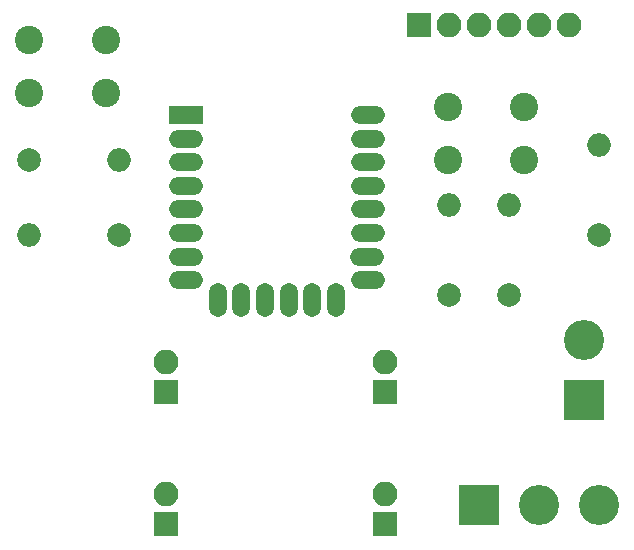
<source format=gbr>
%TF.GenerationSoftware,KiCad,Pcbnew,4.0.7*%
%TF.CreationDate,2018-03-28T14:10:15+02:00*%
%TF.ProjectId,esp8266-ws2811-pcb,657370383236362D7773323831312D70,rev?*%
%TF.FileFunction,Soldermask,Top*%
%FSLAX46Y46*%
G04 Gerber Fmt 4.6, Leading zero omitted, Abs format (unit mm)*
G04 Created by KiCad (PCBNEW 4.0.7) date Wed Mar 28 14:10:15 2018*
%MOMM*%
%LPD*%
G01*
G04 APERTURE LIST*
%ADD10C,0.100000*%
%ADD11R,2.100000X2.100000*%
%ADD12O,2.100000X2.100000*%
%ADD13R,3.400000X3.400000*%
%ADD14C,3.400000*%
%ADD15C,2.000000*%
%ADD16O,2.000000X2.000000*%
%ADD17C,2.400000*%
%ADD18R,2.900000X1.500000*%
%ADD19O,2.900000X1.500000*%
%ADD20O,1.500000X2.900000*%
G04 APERTURE END LIST*
D10*
D11*
X171069000Y-108585000D03*
D12*
X171069000Y-106045000D03*
D11*
X171069000Y-119761000D03*
D12*
X171069000Y-117221000D03*
D11*
X152527000Y-108585000D03*
D12*
X152527000Y-106045000D03*
D11*
X152527000Y-119761000D03*
D12*
X152527000Y-117221000D03*
D13*
X187960000Y-109220000D03*
D14*
X187960000Y-104140000D03*
D13*
X179070000Y-118110000D03*
D14*
X184150000Y-118110000D03*
X189230000Y-118110000D03*
D11*
X173990000Y-77470000D03*
D12*
X176530000Y-77470000D03*
X179070000Y-77470000D03*
X181610000Y-77470000D03*
X184150000Y-77470000D03*
X186690000Y-77470000D03*
D15*
X140970000Y-88900000D03*
D16*
X148590000Y-88900000D03*
D15*
X176530000Y-100330000D03*
D16*
X176530000Y-92710000D03*
D15*
X189230000Y-95250000D03*
D16*
X189230000Y-87630000D03*
D15*
X148590000Y-95250000D03*
D16*
X140970000Y-95250000D03*
D17*
X140970000Y-83240000D03*
X140970000Y-78740000D03*
X147470000Y-83240000D03*
X147470000Y-78740000D03*
X182880000Y-84400000D03*
X182880000Y-88900000D03*
X176380000Y-84400000D03*
X176380000Y-88900000D03*
D18*
X154240000Y-85090000D03*
D19*
X154240000Y-87090000D03*
X154240000Y-89090000D03*
X154240000Y-91090000D03*
X154240000Y-93090000D03*
X154240000Y-95090000D03*
X154240000Y-97090000D03*
X154240000Y-99090000D03*
X169640000Y-99090000D03*
X169540000Y-97090000D03*
X169640000Y-95090000D03*
X169640000Y-93090000D03*
X169640000Y-91090000D03*
X169640000Y-89090000D03*
X169640000Y-87090000D03*
X169640000Y-85090000D03*
D20*
X156930000Y-100790000D03*
X158930000Y-100790000D03*
X160930000Y-100790000D03*
X162930000Y-100790000D03*
X164930000Y-100790000D03*
X166930000Y-100790000D03*
D15*
X181610000Y-100330000D03*
D16*
X181610000Y-92710000D03*
M02*

</source>
